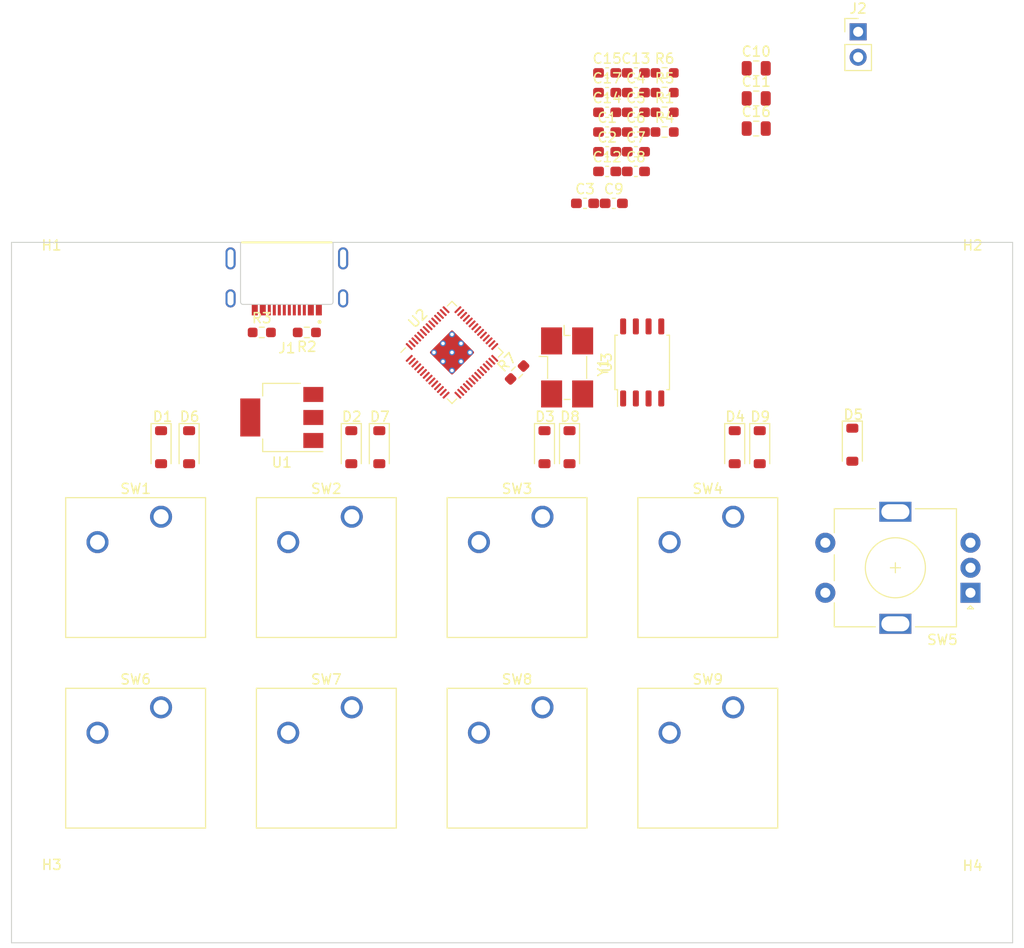
<source format=kicad_pcb>
(kicad_pcb (version 20221018) (generator pcbnew)
  (layers (0 "F.Cu" signal) (31 "B.Cu" signal) (34 "B.Paste" user) (35 "F.Paste" user) (36 "B.SilkS" user "B.Silkscreen") (37 "F.SilkS" user "F.Silkscreen") (38 "B.Mask" user) (39 "F.Mask" user) (44 "Edge.Cuts" user))
  (net 0 "")
  (net 1 "VBUS")
  (net 2 "GND")
  (net 3 "/Microcontroller/XIN")
  (net 4 "+3V3")
  (net 5 "+1V1")
  (net 6 "/KeyboardMatrix/Col0")
  (net 7 "Net-(D1-A)")
  (net 8 "/KeyboardMatrix/Col1")
  (net 9 "Net-(D2-A)")
  (net 10 "/KeyboardMatrix/Col2")
  (net 11 "Net-(D3-A)")
  (net 12 "/KeyboardMatrix/Col3")
  (net 13 "Net-(D4-A)")
  (net 14 "/KeyboardMatrix/Col4")
  (net 15 "Net-(D5-A)")
  (net 16 "Net-(D6-A)")
  (net 17 "Net-(D7-A)")
  (net 18 "Net-(D8-A)")
  (net 19 "Net-(D9-A)")
  (net 20 "/Microcontroller/USB_D+")
  (net 21 "/Microcontroller/USB_D-")
  (net 22 "/Microcontroller/~{USB_BOOT}")
  (net 23 "/Microcontroller/GPIO0")
  (net 24 "/Microcontroller/GPIO1")
  (net 25 "/Microcontroller/GPIO2")
  (net 26 "/Microcontroller/GPIO3")
  (net 27 "/Microcontroller/GPIO4")
  (net 28 "/Microcontroller/GPIO5")
  (net 29 "/Microcontroller/GPIO6")
  (net 30 "/Microcontroller/GPIO7")
  (net 31 "/Microcontroller/GPIO8")
  (net 32 "/Microcontroller/GPIO9")
  (net 33 "/Microcontroller/GPIO10")
  (net 34 "/Microcontroller/GPIO11")
  (net 35 "/Microcontroller/GPIO12")
  (net 36 "/Microcontroller/GPIO13")
  (net 37 "/Microcontroller/GPIO14")
  (net 38 "/Microcontroller/GPIO15")
  (net 39 "/Microcontroller/GPIO29_ADC3")
  (net 40 "/Microcontroller/GPIO28_ADC2")
  (net 41 "/Microcontroller/GPIO27_ADC1")
  (net 42 "/Microcontroller/GPIO26_ADC0")
  (net 43 "/Microcontroller/GPIO25")
  (net 44 "/Microcontroller/GPIO24")
  (net 45 "/Microcontroller/GPIO23")
  (net 46 "/Microcontroller/GPIO22")
  (net 47 "/Microcontroller/GPIO21")
  (net 48 "/Microcontroller/GPIO20")
  (net 49 "/Microcontroller/GPIO19")
  (net 50 "/Microcontroller/GPIO18")
  (net 51 "/Microcontroller/GPIO17")
  (net 52 "/Microcontroller/GPIO16")
  (net 53 "/Microcontroller/RUN")
  (net 54 "/Microcontroller/SWD")
  (net 55 "/Microcontroller/SWCLK")
  (net 56 "/Microcontroller/QSPI_SS")
  (net 57 "/Microcontroller/XOUT")
  (net 58 "/KeyboardMatrix/Row0")
  (net 59 "/KeyboardMatrix/Enc0_A")
  (net 60 "/KeyboardMatrix/Enc0_B")
  (net 61 "/KeyboardMatrix/Row1")
  (net 62 "/Microcontroller/QSPI_SD1")
  (net 63 "/Microcontroller/QSPI_SD2")
  (net 64 "/Microcontroller/QSPI_SD0")
  (net 65 "/Microcontroller/QSPI_SCLK")
  (net 66 "/Microcontroller/QSPI_SD3")
  (net 67 "Net-(C17-Pad1)")
  (net 68 "Net-(J1-CC1)")
  (net 70 "Net-(J1-CC2)")
  (net 72 "Net-(U2-USB_DP)")
  (net 73 "Net-(U2-USB_DM)")
  (footprint "Diode_SMD:D_SOD-123" (layer "F.Cu") (at 76.74 70.47 -90)
    (fp_text reference "D7" (at -3.05 -0.05) (layer "F.SilkS"))
    (fp_text value "1N4148")
    (pad "1" smd roundrect (at -1.65 0 270) (size 0.9 1.2) (layers "F.Cu" "F.Paste" "F.Mask") (net 8 "/KeyboardMatrix/Col1"))
    (pad "2" smd roundrect (at 1.65 0 270) (size 0.9 1.2) (layers "F.Cu" "F.Paste" "F.Mask") (net 17 "Net-(D7-A)"))
  )
  (footprint "Connector_PinHeader_2.54mm:PinHeader_1x02_P2.54mm_Vertical" (layer "F.Cu") (at 124.57 28.955)
    (fp_text reference "J2" (at 0 -2.33) (layer "F.SilkS"))
    (fp_text value "Conn_01x02")
    (pad "1" thru_hole rect (at 0 0) (size 1.7 1.7) (drill 1) (layers "*.Cu" "*.Mask") (net 22 "/Microcontroller/~{USB_BOOT}"))
    (pad "2" thru_hole oval (at 0 2.54) (size 1.7 1.7) (drill 1) (layers "*.Cu" "*.Mask") (net 2 "GND"))
  )
  (footprint "Capacitor_SMD:C_0603_1608Metric_Pad1.08x0.95mm_HandSolder" (layer "F.Cu") (at 97.29 46.1)
    (fp_text reference "C3" (at 0 -1.43) (layer "F.SilkS"))
    (fp_text value "100n")
    (pad "1" smd roundrect (at -0.8625 0) (size 1.075 0.95) (layers "F.Cu" "F.Paste" "F.Mask") (net 4 "+3V3"))
    (pad "2" smd roundrect (at 0.8625 0) (size 1.075 0.95) (layers "F.Cu" "F.Paste" "F.Mask") (net 2 "GND"))
  )
  (footprint "Package_TO_SOT_SMD:SOT-223-3_TabPin2" (layer "F.Cu") (at 67 67.5 180)
    (fp_text reference "U1" (at 0 -4.5) (layer "F.SilkS"))
    (fp_text value "NCP1117-3.3_SOT223")
    (pad "1" smd rect (at -3.15 -2.3 180) (size 2 1.5) (layers "F.Cu" "F.Paste" "F.Mask") (net 2 "GND"))
    (pad "2" smd rect (at -3.15 0 180) (size 2 1.5) (layers "F.Cu" "F.Paste" "F.Mask") (net 4 "+3V3"))
    (pad "2" smd rect (at 3.15 0 180) (size 2 3.8) (layers "F.Cu" "F.Paste" "F.Mask") (net 4 "+3V3"))
    (pad "3" smd rect (at -3.15 2.3 180) (size 2 1.5) (layers "F.Cu" "F.Paste" "F.Mask") (net 1 "VBUS"))
  )
  (footprint "Button_Switch_Keyboard:SW_Cherry_MX_1.00u_PCB" (layer "F.Cu") (at 73.99 96.47)
    (fp_text reference "SW7" (at -2.54 -2.794) (layer "F.SilkS"))
    (fp_text value "SW_Push")
    (pad "" np_thru_hole circle (at -7.62 5.08) (size 1.7 1.7) (drill 1.7) (layers "*.Cu" "*.Mask"))
    (pad "" np_thru_hole circle (at -2.54 5.08) (size 4 4) (drill 4) (layers "*.Cu" "*.Mask"))
    (pad "" np_thru_hole circle (at 2.54 5.08) (size 1.7 1.7) (drill 1.7) (layers "*.Cu" "*.Mask"))
    (pad "1" thru_hole circle (at 0 0) (size 2.2 2.2) (drill 1.5) (layers "*.Cu" "*.Mask") (net 17 "Net-(D7-A)"))
    (pad "2" thru_hole circle (at -6.35 2.54) (size 2.2 2.2) (drill 1.5) (layers "*.Cu" "*.Mask") (net 61 "/KeyboardMatrix/Row1"))
  )
  (footprint "Button_Switch_Keyboard:SW_Cherry_MX_1.00u_PCB" (layer "F.Cu") (at 112.09 77.42)
    (fp_text reference "SW4" (at -2.54 -2.794) (layer "F.SilkS"))
    (fp_text value "SW_Push")
    (pad "" np_thru_hole circle (at -7.62 5.08) (size 1.7 1.7) (drill 1.7) (layers "*.Cu" "*.Mask"))
    (pad "" np_thru_hole circle (at -2.54 5.08) (size 4 4) (drill 4) (layers "*.Cu" "*.Mask"))
    (pad "" np_thru_hole circle (at 2.54 5.08) (size 1.7 1.7) (drill 1.7) (layers "*.Cu" "*.Mask"))
    (pad "1" thru_hole circle (at 0 0) (size 2.2 2.2) (drill 1.5) (layers "*.Cu" "*.Mask") (net 13 "Net-(D4-A)"))
    (pad "2" thru_hole circle (at -6.35 2.54) (size 2.2 2.2) (drill 1.5) (layers "*.Cu" "*.Mask") (net 58 "/KeyboardMatrix/Row0"))
  )
  (footprint "Resistor_SMD:R_0603_1608Metric_Pad0.98x0.95mm_HandSolder" (layer "F.Cu") (at 69.5 59 180)
    (fp_text reference "R2" (at 0 -1.43) (layer "F.SilkS"))
    (fp_text value "5.1K")
    (pad "1" smd roundrect (at -0.9125 0 180) (size 0.975 0.95) (layers "F.Cu" "F.Paste" "F.Mask") (net 2 "GND"))
    (pad "2" smd roundrect (at 0.9125 0 180) (size 0.975 0.95) (layers "F.Cu" "F.Paste" "F.Mask") (net 68 "Net-(J1-CC1)"))
  )
  (footprint "Resistor_SMD:R_0603_1608Metric_Pad0.98x0.95mm_HandSolder" (layer "F.Cu") (at 105.24 33.06)
    (fp_text reference "R6" (at 0 -1.43) (layer "F.SilkS"))
    (fp_text value "1k")
    (pad "1" smd roundrect (at -0.9125 0) (size 0.975 0.95) (layers "F.Cu" "F.Paste" "F.Mask") (net 56 "/Microcontroller/QSPI_SS"))
    (pad "2" smd roundrect (at 0.9125 0) (size 0.975 0.95) (layers "F.Cu" "F.Paste" "F.Mask") (net 22 "/Microcontroller/~{USB_BOOT}"))
  )
  (footprint "Diode_SMD:D_SOD-123" (layer "F.Cu") (at 73.94 70.47 -90)
    (fp_text reference "D2" (at -3.05 -0.05) (layer "F.SilkS"))
    (fp_text value "1N4148")
    (pad "1" smd roundrect (at -1.65 0 270) (size 0.9 1.2) (layers "F.Cu" "F.Paste" "F.Mask") (net 8 "/KeyboardMatrix/Col1"))
    (pad "2" smd roundrect (at 1.65 0 270) (size 0.9 1.2) (layers "F.Cu" "F.Paste" "F.Mask") (net 9 "Net-(D2-A)"))
  )
  (footprint "Button_Switch_Keyboard:SW_Cherry_MX_1.00u_PCB" (layer "F.Cu") (at 73.99 77.42)
    (fp_text reference "SW2" (at -2.54 -2.794) (layer "F.SilkS"))
    (fp_text value "SW_Push")
    (pad "" np_thru_hole circle (at -7.62 5.08) (size 1.7 1.7) (drill 1.7) (layers "*.Cu" "*.Mask"))
    (pad "" np_thru_hole circle (at -2.54 5.08) (size 4 4) (drill 4) (layers "*.Cu" "*.Mask"))
    (pad "" np_thru_hole circle (at 2.54 5.08) (size 1.7 1.7) (drill 1.7) (layers "*.Cu" "*.Mask"))
    (pad "1" thru_hole circle (at 0 0) (size 2.2 2.2) (drill 1.5) (layers "*.Cu" "*.Mask") (net 9 "Net-(D2-A)"))
    (pad "2" thru_hole circle (at -6.35 2.54) (size 2.2 2.2) (drill 1.5) (layers "*.Cu" "*.Mask") (net 58 "/KeyboardMatrix/Row0"))
  )
  (footprint "Button_Switch_Keyboard:SW_Cherry_MX_1.00u_PCB" (layer "F.Cu") (at 93.04 77.42)
    (fp_text reference "SW3" (at -2.54 -2.794) (layer "F.SilkS"))
    (fp_text value "SW_Push")
    (pad "" np_thru_hole circle (at -7.62 5.08) (size 1.7 1.7) (drill 1.7) (layers "*.Cu" "*.Mask"))
    (pad "" np_thru_hole circle (at -2.54 5.08) (size 4 4) (drill 4) (layers "*.Cu" "*.Mask"))
    (pad "" np_thru_hole circle (at 2.54 5.08) (size 1.7 1.7) (drill 1.7) (layers "*.Cu" "*.Mask"))
    (pad "1" thru_hole circle (at 0 0) (size 2.2 2.2) (drill 1.5) (layers "*.Cu" "*.Mask") (net 11 "Net-(D3-A)"))
    (pad "2" thru_hole circle (at -6.35 2.54) (size 2.2 2.2) (drill 1.5) (layers "*.Cu" "*.Mask") (net 58 "/KeyboardMatrix/Row0"))
  )
  (footprint "Capacitor_SMD:C_0603_1608Metric_Pad1.08x0.95mm_HandSolder" (layer "F.Cu") (at 102.37 35.03)
    (fp_text reference "C4" (at 0 -1.43) (layer "F.SilkS"))
    (fp_text value "100n")
    (pad "1" smd roundrect (at -0.8625 0) (size 1.075 0.95) (layers "F.Cu" "F.Paste" "F.Mask") (net 4 "+3V3"))
    (pad "2" smd roundrect (at 0.8625 0) (size 1.075 0.95) (layers "F.Cu" "F.Paste" "F.Mask") (net 2 "GND"))
  )
  (footprint "MountingHole:MountingHole_2.7mm_M2.5" (layer "F.Cu") (at 136 54)
    (fp_text reference "H2" (at 0 -3.7) (layer "F.SilkS"))
    (fp_text value "MountingHole")
    (pad "" np_thru_hole circle (at 0 0) (size 2.7 2.7) (drill 2.7) (layers "*.Cu" "*.Mask"))
  )
  (footprint "Button_Switch_Keyboard:SW_Cherry_MX_1.00u_PCB" (layer "F.Cu") (at 54.94 96.47)
    (fp_text reference "SW6" (at -2.54 -2.794) (layer "F.SilkS"))
    (fp_text value "SW_Push")
    (pad "" np_thru_hole circle (at -7.62 5.08) (size 1.7 1.7) (drill 1.7) (layers "*.Cu" "*.Mask"))
    (pad "" np_thru_hole circle (at -2.54 5.08) (size 4 4) (drill 4) (layers "*.Cu" "*.Mask"))
    (pad "" np_thru_hole circle (at 2.54 5.08) (size 1.7 1.7) (drill 1.7) (layers "*.Cu" "*.Mask"))
    (pad "1" thru_hole circle (at 0 0) (size 2.2 2.2) (drill 1.5) (layers "*.Cu" "*.Mask") (net 16 "Net-(D6-A)"))
    (pad "2" thru_hole circle (at -6.35 2.54) (size 2.2 2.2) (drill 1.5) (layers "*.Cu" "*.Mask") (net 61 "/KeyboardMatrix/Row1"))
  )
  (footprint "Resistor_SMD:R_0603_1608Metric_Pad0.98x0.95mm_HandSolder" (layer "F.Cu") (at 105.24 38.97)
    (fp_text reference "R4" (at 0 -1.43) (layer "F.SilkS"))
    (fp_text value "27")
    (pad "1" smd roundrect (at -0.9125 0) (size 0.975 0.95) (layers "F.Cu" "F.Paste" "F.Mask") (net 21 "/Microcontroller/USB_D-"))
    (pad "2" smd roundrect (at 0.9125 0) (size 0.975 0.95) (layers "F.Cu" "F.Paste" "F.Mask") (net 73 "Net-(U2-USB_DM)"))
  )
  (footprint "Diode_SMD:D_SOD-123" (layer "F.Cu") (at 123.99 70.22 -90)
    (fp_text reference "D5" (at -3 -0.1 -180) (layer "F.SilkS"))
    (fp_text value "1N4148")
    (pad "1" smd roundrect (at -1.65 0 270) (size 0.9 1.2) (layers "F.Cu" "F.Paste" "F.Mask") (net 14 "/KeyboardMatrix/Col4"))
    (pad "2" smd roundrect (at 1.65 0 270) (size 0.9 1.2) (layers "F.Cu" "F.Paste" "F.Mask") (net 15 "Net-(D5-A)"))
  )
  (footprint "Diode_SMD:D_SOD-123" (layer "F.Cu") (at 93.24 70.47 -90)
    (fp_text reference "D3" (at -3.05 -0.05) (layer "F.SilkS"))
    (fp_text value "1N4148")
    (pad "1" smd roundrect (at -1.65 0 270) (size 0.9 1.2) (layers "F.Cu" "F.Paste" "F.Mask") (net 10 "/KeyboardMatrix/Col2"))
    (pad "2" smd roundrect (at 1.65 0 270) (size 0.9 1.2) (layers "F.Cu" "F.Paste" "F.Mask") (net 11 "Net-(D3-A)"))
  )
  (footprint "Capacitor_SMD:C_0603_1608Metric_Pad1.08x0.95mm_HandSolder" (layer "F.Cu") (at 102.37 38.97)
    (fp_text reference "C6" (at 0 -1.43) (layer "F.SilkS"))
    (fp_text value "100n")
    (pad "1" smd roundrect (at -0.8625 0) (size 1.075 0.95) (layers "F.Cu" "F.Paste" "F.Mask") (net 4 "+3V3"))
    (pad "2" smd roundrect (at 0.8625 0) (size 1.075 0.95) (layers "F.Cu" "F.Paste" "F.Mask") (net 2 "GND"))
  )
  (footprint "Crystal:Crystal_SMD_0603-4Pin_6.0x3.5mm_HandSoldering" (layer "F.Cu") (at 95.5 62.5 -90)
    (fp_text reference "Y1" (at 0 -3.6 90) (layer "F.SilkS"))
    (fp_text value "Crystal_GND24")
    (pad "1" smd rect (at -2.65 1.55 270) (size 2.7 2.1) (layers "F.Cu" "F.Paste" "F.Mask") (net 67 "Net-(C17-Pad1)"))
    (pad "2" smd rect (at 2.65 1.55 270) (size 2.7 2.1) (layers "F.Cu" "F.Paste" "F.Mask") (net 2 "GND"))
    (pad "3" smd rect (at 2.65 -1.55 270) (size 2.7 2.1) (layers "F.Cu" "F.Paste" "F.Mask") (net 3 "/Microcontroller/XIN"))
    (pad "4" smd rect (at -2.65 -1.55 270) (size 2.7 2.1) (layers "F.Cu" "F.Paste" "F.Mask") (net 2 "GND"))
  )
  (footprint "Resistor_SMD:R_0603_1608Metric_Pad0.98x0.95mm_HandSolder" (layer "F.Cu") (at 105.24 37)
    (fp_text reference "R1" (at 0 -1.43) (layer "F.SilkS"))
    (fp_text value "27")
    (pad "1" smd roundrect (at -0.9125 0) (size 0.975 0.95) (layers "F.Cu" "F.Paste" "F.Mask") (net 20 "/Microcontroller/USB_D+"))
    (pad "2" smd roundrect (at 0.9125 0) (size 0.975 0.95) (layers "F.Cu" "F.Paste" "F.Mask") (net 72 "Net-(U2-USB_DP)"))
  )
  (footprint "Capacitor_SMD:C_0603_1608Metric_Pad1.08x0.95mm_HandSolder" (layer "F.Cu") (at 102.37 40.94)
    (fp_text reference "C7" (at 0 -1.43) (layer "F.SilkS"))
    (fp_text value "100n")
    (pad "1" smd roundrect (at -0.8625 0) (size 1.075 0.95) (layers "F.Cu" "F.Paste" "F.Mask") (net 4 "+3V3"))
    (pad "2" smd roundrect (at 0.8625 0) (size 1.075 0.95) (layers "F.Cu" "F.Paste" "F.Mask") (net 2 "GND"))
  )
  (footprint "Diode_SMD:D_SOD-123" (layer "F.Cu") (at 112.24 70.47 -90)
    (fp_text reference "D4" (at -3.05 -0.05) (layer "F.SilkS"))
    (fp_text value "1N4148")
    (pad "1" smd roundrect (at -1.65 0 270) (size 0.9 1.2) (layers "F.Cu" "F.Paste" "F.Mask") (net 12 "/KeyboardMatrix/Col3"))
    (pad "2" smd roundrect (at 1.65 0 270) (size 0.9 1.2) (layers "F.Cu" "F.Paste" "F.Mask") (net 13 "Net-(D4-A)"))
  )
  (footprint "Capacitor_SMD:C_0603_1608Metric_Pad1.08x0.95mm_HandSolder" (layer "F.Cu") (at 100.16 46.1)
    (fp_text reference "C9" (at 0 -1.43) (layer "F.SilkS"))
    (fp_text value "100n")
    (pad "1" smd roundrect (at -0.8625 0) (size 1.075 0.95) (layers "F.Cu" "F.Paste" "F.Mask") (net 4 "+3V3"))
    (pad "2" smd roundrect (at 0.8625 0) (size 1.075 0.95) (layers "F.Cu" "F.Paste" "F.Mask") (net 2 "GND"))
  )
  (footprint "Capacitor_SMD:C_0603_1608Metric_Pad1.08x0.95mm_HandSolder" (layer "F.Cu") (at 99.5 35.03)
    (fp_text reference "C17" (at 0 -1.43) (layer "F.SilkS"))
    (fp_text value "13p")
    (pad "1" smd roundrect (at -0.8625 0) (size 1.075 0.95) (layers "F.Cu" "F.Paste" "F.Mask") (net 67 "Net-(C17-Pad1)"))
    (pad "2" smd roundrect (at 0.8625 0) (size 1.075 0.95) (layers "F.Cu" "F.Paste" "F.Mask") (net 2 "GND"))
  )
  (footprint "Capacitor_SMD:C_0603_1608Metric_Pad1.08x0.95mm_HandSolder" (layer "F.Cu") (at 99.5 33.06)
    (fp_text reference "C15" (at 0 -1.43) (layer "F.SilkS"))
    (fp_text value "13p")
    (pad "1" smd roundrect (at -0.8625 0) (size 1.075 0.95) (layers "F.Cu" "F.Paste" "F.Mask") (net 3 "/Microcontroller/XIN"))
    (pad "2" smd roundrect (at 0.8625 0) (size 1.075 0.95) (layers "F.Cu" "F.Paste" "F.Mask") (net 2 "GND"))
  )
  (footprint "Resistor_SMD:R_0603_1608Metric_Pad0.98x0.95mm_HandSolder" (layer "F.Cu") (at 105.24 35.03)
    (fp_text reference "R5" (at 0 -1.43) (layer "F.SilkS"))
    (fp_text value "DNF")
    (pad "1" smd roundrect (at -0.9125 0) (size 0.975 0.95) (layers "F.Cu" "F.Paste" "F.Mask") (net 4 "+3V3"))
    (pad "2" smd roundrect (at 0.9125 0) (size 0.975 0.95) (layers "F.Cu" "F.Paste" "F.Mask") (net 56 "/Microcontroller/QSPI_SS"))
  )
  (footprint "Capacitor_SMD:C_0603_1608Metric_Pad1.08x0.95mm_HandSolder" (layer "F.Cu") (at 99.5 37)
    (fp_text reference "C14" (at 0 -1.43) (layer "F.SilkS"))
    (fp_text value "100n")
    (pad "1" smd roundrect (at -0.8625 0) (size 1.075 0.95) (layers "F.Cu" "F.Paste" "F.Mask") (net 4 "+3V3"))
    (pad "2" smd roundrect (at 0.8625 0) (size 1.075 0.95) (layers "F.Cu" "F.Paste" "F.Mask") (net 2 "GND"))
  )
  (footprint "Diode_SMD:D_SOD-123" (layer "F.Cu") (at 114.74 70.47 -90)
    (fp_text reference "D9" (at -3.05 -0.05) (layer "F.SilkS"))
    (fp_text value "1N4148")
    (pad "1" smd roundrect (at -1.65 0 270) (size 0.9 1.2) (layers "F.Cu" "F.Paste" "F.Mask") (net 12 "/KeyboardMatrix/Col3"))
    (pad "2" smd roundrect (at 1.65 0 270) (size 0.9 1.2) (layers "F.Cu" "F.Paste" "F.Mask") (net 19 "Net-(D9-A)"))
  )
  (footprint "Capacitor_SMD:C_0603_1608Metric_Pad1.08x0.95mm_HandSolder" (layer "F.Cu") (at 99.5 38.97)
    (fp_text reference "C1" (at 0 -1.43) (layer "F.SilkS"))
    (fp_text value "100n")
    (pad "1" smd roundrect (at -0.8625 0) (size 1.075 0.95) (layers "F.Cu" "F.Paste" "F.Mask") (net 5 "+1V1"))
    (pad "2" smd roundrect (at 0.8625 0) (size 1.075 0.95) (layers "F.Cu" "F.Paste" "F.Mask") (net 2 "GND"))
  )
  (footprint "Button_Switch_Keyboard:SW_Cherry_MX_1.00u_PCB" (layer "F.Cu") (at 93.04 96.47)
    (fp_text reference "SW8" (at -2.54 -2.794) (layer "F.SilkS"))
    (fp_text value "SW_Push")
    (pad "" np_thru_hole circle (at -7.62 5.08) (size 1.7 1.7) (drill 1.7) (layers "*.Cu" "*.Mask"))
    (pad "" np_thru_hole circle (at -2.54 5.08) (size 4 4) (drill 4) (layers "*.Cu" "*.Mask"))
    (pad "" np_thru_hole circle (at 2.54 5.08) (size 1.7 1.7) (drill 1.7) (layers "*.Cu" "*.Mask"))
    (pad "1" thru_hole circle (at 0 0) (size 2.2 2.2) (drill 1.5) (layers "*.Cu" "*.Mask") (net 18 "Net-(D8-A)"))
    (pad "2" thru_hole circle (at -6.35 2.54) (size 2.2 2.2) (drill 1.5) (layers "*.Cu" "*.Mask") (net 61 "/KeyboardMatrix/Row1"))
  )
  (footprint "Button_Switch_Keyboard:SW_Cherry_MX_1.00u_PCB" (layer "F.Cu") (at 112.09 96.47)
    (fp_text reference "SW9" (at -2.54 -2.794) (layer "F.SilkS"))
    (fp_text value "SW_Push")
    (pad "" np_thru_hole circle (at -7.62 5.08) (size 1.7 1.7) (drill 1.7) (layers "*.Cu" "*.Mask"))
    (pad "" np_thru_hole circle (at -2.54 5.08) (size 4 4) (drill 4) (layers "*.Cu" "*.Mask"))
    (pad "" np_thru_hole circle (at 2.54 5.08) (size 1.7 1.7) (drill 1.7) (layers "*.Cu" "*.Mask"))
    (pad "1" thru_hole circle (at 0 0) (size 2.2 2.2) (drill 1.5) (layers "*.Cu" "*.Mask") (net 19 "Net-(D9-A)"))
    (pad "2" thru_hole circle (at -6.35 2.54) (size 2.2 2.2) (drill 1.5) (layers "*.Cu" "*.Mask") (net 61 "/KeyboardMatrix/Row1"))
  )
  (footprint "Diode_SMD:D_SOD-123" (layer "F.Cu") (at 54.94 70.47 -90)
    (fp_text reference "D1" (at -3.05 -0.15) (layer "F.SilkS"))
    (fp_text value "1N4148")
    (pad "1" smd roundrect (at -1.65 0 270) (size 0.9 1.2) (layers "F.Cu" "F.Paste" "F.Mask") (net 6 "/KeyboardMatrix/Col0"))
    (pad "2" smd roundrect (at 1.65 0 270) (size 0.9 1.2) (layers "F.Cu" "F.Paste" "F.Mask") (net 7 "Net-(D1-A)"))
  )
  (footprint "Resistor_SMD:R_0603_1608Metric_Pad0.98x0.95mm_HandSolder" (layer "F.Cu") (at 65 59)
    (fp_text reference "R3" (at 0 -1.43) (layer "F.SilkS"))
    (fp_text value "5.1K")
    (pad "1" smd roundrect (at -0.9125 0) (size 0.975 0.95) (layers "F.Cu" "F.Paste" "F.Mask") (net 2 "GND"))
    (pad "2" smd roundrect (at 0.9125 0) (size 0.975 0.95) (layers "F.Cu" "F.Paste" "F.Mask") (net 70 "Net-(J1-CC2)"))
  )
  (footprint "Capacitor_SMD:C_0805_2012Metric" (layer "F.Cu") (at 114.39 32.605)
    (fp_text reference "C10" (at 0 -1.68) (layer "F.SilkS"))
    (fp_text value "10u")
    (pad "1" smd roundrect (at -0.95 0) (size 1 1.45) (layers "F.Cu" "F.Paste" "F.Mask") (net 1 "VBUS"))
    (pad "2" smd roundrect (at 0.95 0) (size 1 1.45) (layers "F.Cu" "F.Paste" "F.Mask") (net 2 "GND"))
  )
  (footprint "Capacitor_SMD:C_0603_1608Metric_Pad1.08x0.95mm_HandSolder" (layer "F.Cu") (at 102.37 37)
    (fp_text reference "C5" (at 0 -1.43) (layer "F.SilkS"))
    (fp_text value "100n")
    (pad "1" smd roundrect (at -0.8625 0) (size 1.075 0.95) (layers "F.Cu" "F.Paste" "F.Mask") (net 4 "+3V3"))
    (pad "2" smd roundrect (at 0.8625 0) (size 1.075 0.95) (layers "F.Cu" "F.Paste" "F.Mask") (net 2 "GND"))
  )
  (footprint "Capacitor_SMD:C_0805_2012Metric" (layer "F.Cu") (at 114.39 35.615)
    (fp_text reference "C11" (at 0 -1.68) (layer "F.SilkS"))
    (fp_text value "10u")
    (pad "1" smd roundrect (at -0.95 0) (size 1 1.45) (layers "F.Cu" "F.Paste" "F.Mask") (net 4 "+3V3"))
    (pad "2" smd roundrect (at 0.95 0) (size 1 1.45) (layers "F.Cu" "F.Paste" "F.Mask") (net 2 "GND"))
  )
  (footprint "MountingHole:MountingHole_2.7mm_M2.5" (layer "F.Cu") (at 44.02 115.91)
    (fp_text reference "H3" (at 0 -3.7) (layer "F.SilkS"))
    (fp_text value "MountingHole")
    (pad "" np_thru_hole circle (at 0 0) (size 2.7 2.7) (drill 2.7) (layers "*.Cu" "*.Mask"))
  )
  (footprint "Diode_SMD:D_SOD-123" (layer "F.Cu") (at 57.74 70.47 -90)
    (fp_text reference "D6" (at -3.05 -0.05) (layer "F.SilkS"))
    (fp_text value "1N4148")
    (pad "1" smd roundrect (at -1.65 0 270) (size 0.9 1.2) (layers "F.Cu" "F.Paste" "F.Mask") (net 6 "/KeyboardMatrix/Col0"))
    (pad "2" smd roundrect (at 1.65 0 270) (size 0.9 1.2) (layers "F.Cu" "F.Paste" "F.Mask") (net 16 "Net-(D6-A)"))
  )
  (footprint "Rotary_Encoder:RotaryEncoder_Alps_EC11E-Switch_Vertical_H20mm" (layer "F.Cu") (at 135.79 85.02 180)
    (fp_text reference "SW5" (at 2.8 -4.7) (layer "F.SilkS"))
    (fp_text value "RotaryEncoder_Switch")
    (pad "A" thru_hole rect (at 0 0 180) (size 2 2) (drill 1) (layers "*.Cu" "*.Mask") (net 59 "/KeyboardMatrix/Enc0_A"))
    (pad "B" thru_hole circle (at 0 5 180) (size 2 2) (drill 1) (layers "*.Cu" "*.Mask") (net 60 "/KeyboardMatrix/Enc0_B"))
    (pad "C" thru_hole circle (at 0 2.5 180) (size 2 2) (drill 1) (layers "*.Cu" "*.Mask") (net 2 "GND"))
    (pad "MP" thru_hole rect (at 7.5 -3.1 180) (size 3.2 2) (drill oval 2.8 1.5) (layers "*.Cu" "*.Mask"))
    (pad "MP" thru_hole rect (at 7.5 8.1 180) (size 3.2 2) (drill oval 2.8 1.5) (layers "*.Cu" "*.Mask"))
    (pad "S1" thru_hole circle (at 14.5 5 180) (size 2 2) (drill 1) (layers "*.Cu" "*.Mask") (net 58 "/KeyboardMatrix/Row0"))
    (pad "S2" thru_hole circle (at 14.5 0 180) (size 2 2) (drill 1) (layers "*.Cu" "*.Mask") (net 15 "Net-(D5-A)"))
  )
  (footprint "Capacitor_SMD:C_0805_2012Metric" (layer "F.Cu") (at 114.39 38.625)
    (fp_text reference "C16" (at 0 -1.68) (layer "F.SilkS"))
    (fp_text value "10u")
    (pad "1" smd roundrect (at -0.95 0) (size 1 1.45) (layers "F.Cu" "F.Paste" "F.Mask") (net 4 "+3V3"))
    (pad "2" smd roundrect (at 0.95 0) (size 1 1.45) (layers "F.Cu" "F.Paste" "F.Mask") (net 2 "GND"))
  )
  (footprint "Diode_SMD:D_SOD-123" (layer "F.Cu") (at 95.74 70.47 -90)
    (fp_text reference "D8" (at -3.05 -0.05) (layer "F.SilkS"))
    (fp_text value "1N4148")
    (pad "1" smd roundrect (at -1.65 0 270) (size 0.9 1.2) (layers "F.Cu" "F.Paste" "F.Mask") (net 10 "/KeyboardMatrix/Col2"))
    (pad "2" smd roundrect (at 1.65 0 270) (size 0.9 1.2) (layers "F.Cu" "F.Paste" "F.Mask") (net 18 "Net-(D8-A)"))
  )
  (footprint "RP2040:RP2040-QFN-56" (layer "F.Cu") (at 84 61 45)
    (fp_text reference "U2" (at 0 -4.82 45) (layer "F.SilkS"))
    (fp_text value "RP2040")
    (pad "1" smd roundrect (at -3.4375 -2.6 45) (size 0.875 0.2) (layers "F.Cu" "F.Paste" "F.Mask") (net 4 "+3V3"))
    (pad "2" smd roundrect (at -3.4375 -2.2 45) (size 0.875 0.2) (layers "F.Cu" "F.Paste" "F.Mask") (net 23 "/Microcontroller/GPIO0"))
    (pad "3" smd roundrect (at -3.4375 -1.8 45) (size 0.875 0.2) (layers "F.Cu" "F.Paste" "F.Mask") (net 24 "/Microcontroller/GPIO1"))
    (pad "4" smd roundrect (at -3.4375 -1.4 45) (size 0.875 0.2) (layers "F.Cu" "F.Paste" "F.Mask") (net 25 "/Microcontroller/GPIO2"))
    (pad "5" smd roundrect (at -3.4375 -1 45) (size 0.875 0.2) (layers "F.Cu" "F.Paste" "F.Mask") (net 26 "/Microcontroller/GPIO3"))
    (pad "6" smd roundrect (at -3.4375 -0.6 45) (size 0.875 0.2) (layers "F.Cu" "F.Paste" "F.Mask") (net 27 "/Microcontroller/GPIO4"))
    (pad "7" smd roundrect (at -3.4375 -0.2 45) (size 0.875 0.2) (layers "F.Cu" "F.Paste" "F.Mask") (net 28 "/Microcontroller/GPIO5"))
    (pad "8" smd roundrect (at -3.4375 0.2 45) (size 0.875 0.2) (layers "F.Cu" "F.Paste" "F.Mask") (net 29 "/Microcontroller/GPIO6"))
    (pad "9" smd roundrect (at -3.4375 0.6 45) (size 0.875 0.2) (layers "F.Cu" "F.Paste" "F.Mask") (net 30 "/Microcontroller/GPIO7"))
    (pad "10" smd roundrect (at -3.4375 1 45) (size 0.875 0.2) (layers "F.Cu" "F.Paste" "F.Mask") (net 4 "+3V3"))
    (pad "11" smd roundrect (at -3.4375 1.4 45) (size 0.875 0.2) (layers "F.Cu" "F.Paste" "F.Mask") (net 31 "/Microcontroller/GPIO8"))
    (pad "12" smd roundrect (at -3.4375 1.8 45) (size 0.875 0.2) (layers "F.Cu" "F.Paste" "F.Mask") (net 32 "/Microcontroller/GPIO9"))
    (pad "13" smd roundrect (at -3.4375 2.2 45) (size 0.875 0.2) (layers "F.Cu" "F.Paste" "F.Mask") (net 33 "/Microcontroller/GPIO10"))
    (pad "14" smd roundrect (at -3.4375 2.6 45) (size 0.875 0.2) (layers "F.Cu" "F.Paste" "F.Mask") (net 34 "/Microcontroller/GPIO11"))
    (pad "15" smd roundrect (at -2.6 3.4375 45) (size 0.2 0.875) (layers "F.Cu" "F.Paste" "F.Mask") (net 35 "/Microcontroller/GPIO12"))
    (pad "16" smd roundrect (at -2.2 3.4375 45) (size 0.2 0.875) (layers "F.Cu" "F.Paste" "F.Mask") (net 36 "/Microcontroller/GPIO13"))
    (pad "17" smd roundrect (at -1.8 3.4375 45) (size 0.2 0.875) (layers "F.Cu" "F.Paste" "F.Mask") (net 37 "/Microcontroller/GPIO14"))
    (pad "18" smd roundrect (at -1.4 3.4375 45) (size 0.2 0.875) (layers "F.Cu" "F.Paste" "F.Mask") (net 38 "/Microcontroller/GPIO15"))
    (pad "19" smd roundrect (at -1 3.4375 45) (size 0.2 0.875) (layers "F.Cu" "F.Paste" "F.Mask") (net 2 "GND"))
    (pad "20" smd roundrect (at -0.6 3.4375 45) (size 0.2 0.875) (layers "F.Cu" "F.Paste" "F.Mask") (net 3 "/Microcontroller/XIN"))
    (pad "21" smd roundrect (at -0.2 3.4375 45) (size 0.2 0.875) (layers "F.Cu" "F.Paste" "F.Mask") (net 57 "/Microcontroller/XOUT"))
    (pad "22" smd roundrect (at 0.2 3.4375 45) (size 0.2 0.875) (layers "F.Cu" "F.Paste" "F.Mask") (net 4 "+3V3"))
    (pad "23" smd roundrect (at 0.6 3.4375 45) (size 0.2 0.875) (layers "F.Cu" "F.Paste" "F.Mask") (net 5 "+1V1"))
    (pad "24" smd roundrect (at 1 3.4375 45) (size 0.2 0.875) (layers "F.Cu" "F.Paste" "F.Mask") (net 55 "/Microcontroller/SWCLK"))
    (pad "25" smd roundrect (at 1.4 3.4375 45) (size 0.2 0.875) (layers "F.Cu" "F.Paste" "F.Mask") (net 54 "/Microcontroller/SWD"))
    (pad "26" smd roundrect (at 1.8 3.4375 45) (size 0.2 0.875) (layers "F.Cu" "F.Paste" "F.Mask") (net 53 "/Microcontroller/RUN"))
    (pad "27" smd roundrect (at 2.2 3.4375 45) (size 0.2 0.875) (layers "F.Cu" "F.Paste" "F.Mask") (net 52 "/Microcontroller/GPIO16"))
    (pad "28" smd roundrect (at 2.6 3.4375 45) (size 0.2 0.875) (layers "F.Cu" "F.Paste" "F.Mask") (net 51 "/Microcontroller/GPIO17"))
    (pad "29" smd roundrect (at 3.4375 2.6 45) (size 0.875 0.2) (layers "F.Cu" "F.Paste" "F.Mask") (net 50 "/Microcontroller/GPIO18"))
    (pad "30" smd roundrect (at 3.4375 2.2 45) (size 0.875 0.2) (layers "F.Cu" "F.Paste" "F.Mask") (net 49 "/Microcontroller/GPIO19"))
    (pad "31" smd roundrect (at 3.4375 1.8 45) (size 0.875 0.2) (layers "F.Cu" "F.Paste" "F.Mask") (net 48 "/Microcontroller/GPIO20"))
    (pad "32" smd roundrect (at 3.4375 1.4 45) (size 0.875 0.2) (layers "F.Cu" "F.Paste" "F.Mask") (net 47 "/Microcontroller/GPIO21"))
    (pad "33" smd roundrect (at 3.4375 1 45) (size 0.875 0.2) (layers "F.Cu" "F.Paste" "F.Mask") (net 4 "+3V3"))
    (pad "34" smd roundrect (at 3.4375 0.6 45) (size 0.875 0.2) (layers "F.Cu" "F.Paste" "F.Mask") (net 46 "/Microcontroller/GPIO22"))
    (pad "35" smd roundrect (at 3.4375 0.2 45) (size 0.875 0.2) (layers "F.Cu" "F.Paste" "F.Mask") (net 45 "/Microcontroller/GPIO23"))
    (pad "36" smd roundrect (at 3.4375 -0.2 45) (size 0.875 0.2) (layers "F.Cu" "F.Paste" "F.Mask") (net 44 "/Microcontroller/GPIO24"))
    (pad "37" smd roundrect (at 3.4375 -0.6 45) (size 0.875 0.2) (layers "F.Cu" "F.Paste" "F.Mask") (net 43 "/Microcontroller/GPIO25"))
    (pad "38" smd roundrect (at 3.4375 -1 45) (size 0.875 0.2) (layers "F.Cu" "F.Paste" "F.Mask") (net 42 "/Microcontroller/GPIO26_ADC0"))
    (pad "39" smd roundrect (at 3.4375 -1.4 45) (size 0.875 0.2) (layers "F.Cu" "F.Paste" "F.Mask") (net 41 "/Microcontroller/GPIO27_ADC1"))
    (pad "40" smd roundrect (at 3.4375 -1.8 45) (size 0.875 0.2) (layers "F.Cu" "F.Paste" "F.Mask") (net 40 "/Microcontroller/GPIO28_ADC2"))
    (pad "41" smd roundrect (at 3.4375 -2.2 45) (size 0.875 0.2) (layers "F.Cu" "F.Paste" "F.Mask") (net 39 "/Microcontroller/GPIO29_ADC3"))
    (pad "42" smd roundrect (at 3.4375 -2.6 45) (size 0.875 0.2) (layers "F.Cu" "F.Paste" "F.Mask") (net 4 "+3V3"))
    (pad "43" smd roundrect (at 2.6 -3.4375 45) (size 0.2 0.875) (layers "F.Cu" "F.Paste" "F.Mask") (net 4 "+3V3"))
    (pad "44" smd roundrect (at 2.2 -3.4375 45) (size 0.2 0.875) (layers "F.Cu" "F.Paste" "F.Mask") (net 4 "+3V3"))
    (pad "45" smd roundrect (at 1.8 -3.4375 45) (size 0.2 0.875) (layers "F.Cu" "F.Paste" "F.Mask") (net 5 "+1V1"))
    (pad "46" smd roundrect (at 1.4 -3.4375 45) (size 0.2 0.875) (layers "F.Cu" "F.Paste" "F.Mask") (net 73 "Net-(U2-USB_DM)"))
    (pad "47" smd roundrect (at 1 -3.4375 45) (size 0.2 0.875) (layers "F.Cu" "F.Paste" "F.Mask") (net 72 "Net-(U2-USB_DP)"))
    (pad "48" smd roundrect (at 0.6 -3.4375 45) (size 0.2 0.875) (layers "F.Cu" "F.Paste" "F.Mask") (net 4 "+3V3"))
    (pad "49" smd roundrect (at 0.2 -3.4375 45) (size 0.2 0.875) (layers "F.Cu" "F.Paste" "F.Mask") (net 4 "+3V3"))
    (pad "50" smd roundrect (at -0.2 -3.4375 45) (size 0.2 0.875) (layers "F.Cu" "F.Paste" "F.Mask") (net 5 "+1V1"))
    (pad "51" smd roundrect (at -0.6 -3.4375 45) (size 0.2 0.875) (layers "F.Cu" "F.Paste" "F.Mask") (net 66 "/Microcontroller/QSPI_SD3"))
    (pad "52" smd roundrect (at -1 -3.4375 45) (size 0.2 0.875) (layers "F.Cu" "F.Paste" "F.Mask") (net 65 "/Microcontroller/QSPI_SCLK"))
    (pad "53" smd roundrect (at -1.4 -3.4375 45) (size 0.2 0.875) (layers "F.Cu" "F.Paste" "F.Mask") (net 64 "/Microcontroller/QSPI_SD0"))
    (pad "54" smd roundrect (at -1.8 -3.4375 45) (size 0.2 0.875) (layers "F.Cu" "F.Paste" "F.Mask") (net 63 "/Microcontroller/QSPI_SD2"))
    (pad "55" smd roundrect (at -2.2 -3.4375 45) (size 0.2 0.875) (layers "F.Cu" "F.Paste" "F.Mask") (net 62 "/Microcontroller/QSPI_SD1"))
    (pad "56" smd roundrect (at -2.6 -3.4375 45) (size 0.2 0.875) (layers "F.Cu" "F.Paste" "F.Mask") (net 56 "/Microcontroller/QSPI_SS"))
    (pad "57" thru_hole circle (at -1.275 -1.275 45) (size 0.6 0.6) (drill 0.35) (layers "*.Cu") (net 2 "GND"))
    (pad "57" thru_hole circle (at -1.275 0 45) (size 0.6 0.6) (drill 0.35) (layers "*.Cu") (net 2 "GND"))
    (pad "57" thru_hole circle (at -1.275 1.275 45) (size 0.6 0.6) (drill 0.35) (layers "*.Cu") (net 2 "GND"))
    (pad "57" thru_hole circle (at 0 -1.275 45) (size 0.6 0.6) (drill 0.35) (layers "*.Cu") (net 2 "GND"))
    (pad "57" thru_hole circle (at 0 0 45) (size 0.6 0.6) (drill 0.35) (layers "*.Cu") (net 2 "GND"))
    (pad "57" smd roundrect (at 0 0 45) (size 3.2 3.2) (layers "F.Cu" "F.Mask") (roundrect_rratio 0.045) (net 2 "GND"))
    (pad "57" thru_hole circle (at 0 1.275 45) (size 0.6 0.6) (drill 0.35) (layers "*.Cu") (net 2 "GND"))
    (pad "57" thru_hole circle (at 1.275 -1.275 45) (size 0.6 0.6) (drill 0.35) (layers "*.Cu") (net 2 "GND"))
    (pad "57" thru_hole circle (at 1.275 0 45) (size 0.6 0.6) (drill 0.35) (layers "*.Cu") (net 2 "GND"))
    (pad "57" thru_hole circle (at 1.275 1.275 45) (size 0.6 0.6) (drill 0.35) (layers "*.Cu") (net 2 "GND"))
  )
  (footprint "Button_Switch_Keyboard:SW_Cherry_MX_1.00u_PCB" (layer "F.Cu") (at 54.94 77.42)
    (fp_text reference "SW1" (at -2.54 -2.794) (layer "F.SilkS"))
    (fp_text value "SW_Push")
    (pad "" np_thru_hole circle (at -7.62 5.08) (size 1.7 1.7) (drill 1.7) (layers "*.Cu" "*.Mask"))
    (pad "" np_thru_hole circle (at -2.54 5.08) (size 4 4) (drill 4) (layers "*.Cu" "*.Mask"))
    (pad "" np_thru_hole circle (at 2.54 5.08) (size 1.7 1.7) (drill 1.7) (layers "*.Cu" "*.Mask"))
    (pad "1" thru_hole circle (at 0 0) (size 2.2 2.2) (drill 1.5) (layers "*.Cu" "*.Mask") (net 7 "Net-(D1-A)"))
    (pad "2" thru_hole circle (at -6.35 2.54) (size 2.2 2.2) (drill 1.5) (layers "*.Cu" "*.Mask") (net 58 "/KeyboardMatrix/Row0"))
  )
  (footprint "MountingHole:MountingHole_2.7mm_M2.5" (layer "F.Cu") (at 44 54)
    (fp_text reference "H1" (at 0 -3.7) (layer "F.SilkS"))
    (fp_text value "MountingHole")
    (pad "" np_thru_hole circle (at 0 0) (size 2.7 2.7) (drill 2.7) (layers "*.Cu" "*.Mask"))
  )
  (footprint "Capacitor_SMD:C_0603_1608Metric_Pad1.08x0.95mm_HandSolder" (layer "F.Cu") (at 102.37 42.91)
    (fp_text reference "C8" (at 0 -1.43) (layer "F.SilkS"))
    (fp_text value "100n")
    (pad "1" smd roundrect (at -0.8625 0) (size 1.075 0.95) (layers "F.Cu" "F.Paste" "F.Mask") (net 4 "+3V3"))
    (pad "2" smd roundrect (at 0.8625 0) (size 1.075 0.95) (layers "F.Cu" "F.Paste" "F.Mask") (net 2 "GND"))
  )
  (footprint "Resistor_SMD:R_0603_1608Metric_Pad0.98x0.95mm_HandSolder" (layer "F.Cu") (at 90.5 63 45)
    (fp_text reference "R7" (at 0 -1.43 45) (layer "F.SilkS"))
    (fp_text value "1k")
    (pad "1" smd roundrect (at -0.9125 0 45) (size 0.975 0.95) (layers "F.Cu" "F.Paste" "F.Mask") (net 57 "/Microcontroller/XOUT"))
    (pad "2" smd roundrect (at 0.9125 0 45) (size 0.975 0.95) (layers "F.Cu" "F.Paste" "F.Mask") (net 67 "Net-(C17-Pad1)"))
  )
  (footprint "Package_SO:SOIC-8_5.23x5.23mm_P1.27mm" (layer "F.Cu") (at 103 62 90)
    (fp_text reference "U3" (at 0 -3.56 90) (layer "F.SilkS"))
    (fp_text value "W25Q128JVS")
    (pad "1" smd roundrect (at -3.6 -1.905 90) (size 1.6 0.6) (layers "F.Cu" "F.Paste" "F.Mask") (net 56 "/Microcontroller/QSPI_SS"))
    (pad "2" smd roundrect (at -3.6 -0.635 90) (size 1.6 0.6) (layers "F.Cu" "F.Paste" "F.Mask") (net 62 "/Microcontroller/QSPI_SD1"))
    (pad "3" smd roundrect (at -3.6 0.635 90) (size 1.6 0.6) (layers "F.Cu" "F.Paste" "F.Mask") (net 63 "/Microcontroller/QSPI_SD2"))
    (pad "4" smd roundrect (at -3.6 1.905 90) (size 1.6 0.6) (layers "F.Cu" "F.Paste" "F.Mask") (net 2 "GND"))
    (pad "5" smd roundrect (at 3.6 1.905 90) (size 1.6 0.6) (layers "F.Cu" "F.Paste" "F.Mask") (net 64 "/Microcontroller/QSPI_SD0"))
    (pad "6" smd roundrect (at 3.6 0.635 90) (size 1.6 0.6) (layers "F.Cu" "F.Paste" "F.Mask") (net 65 "/Microcontroller/QSPI_SCLK"))
    (pad "7" smd roundrect (at 3.6 -0.635 90) (size 1.6 0.6) (layers "F.Cu" "F.Paste" "F.Mask") (net 66 "/Microcontroller/QSPI_SD3"))
    (pad "8" smd roundrect (at 3.6 -1.905 90) (size 1.6 0.6) (layers "F.Cu" "F.Paste" "F.Mask") (net 4 "+3V3"))
  )
  (footprint "MountingHole:MountingHole_2.7mm_M2.5" (layer "F.Cu") (at 136 116)
    (fp_text reference "H4" (at 0 -3.7) (layer "F.SilkS"))
    (fp_text value "MountingHole")
    (pad "" np_thru_hole circle (at 0 0) (size 2.7 2.7) (drill 2.7) (layers "*.Cu" "*.Mask"))
  )
  (footprint "Capacitor_SMD:C_0603_1608Metric_Pad1.08x0.95mm_HandSolder" (layer "F.Cu") (at 99.5 40.94)
    (fp_text reference "C2" (at 0 -1.43) (layer "F.SilkS"))
    (fp_text value "100n")
    (pad "1" smd roundrect (at -0.8625 0) (size 1.075 0.95) (layers "F.Cu" "F.Paste" "F.Mask") (net 5 "+1V1"))
    (pad "2" smd roundrect (at 0.8625 0) (size 1.075 0.95) (layers "F.Cu" "F.Paste" "F.Mask") (net 2 "GND"))
  )
  (footprint "Capacitor_SMD:C_0603_1608Metric_Pad1.08x0.95mm_HandSolder" (layer "F.Cu") (at 99.5 42.91)
    (fp_text reference "C12" (at 0 -1.43) (layer "F.SilkS"))
    (fp_text value "1u")
    (pad "1" smd roundrect (at -0.8625 0) (size 1.075 0.95) (layers "F.Cu" "F.Paste" "F.Mask") (net 5 "+1V1"))
    (pad "2" smd roundrect (at 0.8625 0) (size 1.075 0.95) (layers "F.Cu" "F.Paste" "F.Mask") (net 2 "GND"))
  )
  (footprint "PE-Keyboard:GCT_USB4510-03-1-A_REVA" (layer "F.Cu") (at 67.5 51.6 180)
    (fp_text reference "J1" (at -0.01 -8.975 180) (layer "F.SilkS"))
    (fp_text value "USB4510-03-1-A_REVA")
    (fp_poly (pts (xy -5.62 -3.1) (xy -5.646 -3.101) (xy -5.672 -3.103) (xy -5.698 -3.106) (xy -5.724 -3.111) (xy -5.749 -3.117) (xy -5.775 -3.124) (xy -5.799 -3.133) (xy -5.823 -3.143) (xy -5.847 -3.154) (xy -5.87 -3.167) (xy -5.892 -3.181) (xy -5.914 -3.195) (xy -5.935 -3.211) (xy -5.955 -3.228) (xy -5.974 -3.246) (xy -5.992 -3.265) (xy -6.009 -3.285) (xy -6.025 -3.306) (xy -6.039 -3.328) (xy -6.053 -3.35) (xy -6.066 -3.373) (xy -6.077 -3.397) (xy -6.087 -3.421) (xy -6.096 -3.445) (xy -6.103 -3.471) (xy -6.109 -3.496) (xy -6.114 -3.522) (xy -6.117 -3.548) (xy -6.119 -3.574) (xy -6.12 -3.6) (xy -6.12 -4.4) (xy -6.119 -4.426) (xy -6.117 -4.452) (xy -6.114 -4.478) (xy -6.109 -4.504) (xy -6.103 -4.529) (xy -6.096 -4.555) (xy -6.087 -4.579) (xy -6.077 -4.603) (xy -6.066 -4.627) (xy -6.053 -4.65) (xy -6.039 -4.672) (xy -6.025 -4.694) (xy -6.009 -4.715) (xy -5.992 -4.735) (xy -5.974 -4.754) (xy -5.955 -4.772) (xy -5.935 -4.789) (xy -5.914 -4.805) (xy -5.892 -4.819) (xy -5.87 -4.833) (xy -5.847 -4.846) (xy -5.823 -4.857) (xy -5.799 -4.867) (xy -5.775 -4.876) (xy -5.749 -4.883) (xy -5.724 -4.889) (xy -5.698 -4.894) (xy -5.672 -4.897) (xy -5.646 -4.899) (xy -5.62 -4.9) (xy -5.594 -4.899) (xy -5.568 -4.897) (xy -5.542 -4.894) (xy -5.516 -4.889) (xy -5.491 -4.883) (xy -5.465 -4.876) (xy -5.441 -4.867) (xy -5.417 -4.857) (xy -5.393 -4.846) (xy -5.37 -4.833) (xy -5.348 -4.819) (xy -5.326 -4.805) (xy -5.305 -4.789) (xy -5.285 -4.772) (xy -5.266 -4.754) (xy -5.248 -4.735) (xy -5.231 -4.715) (xy -5.215 -4.694) (xy -5.201 -4.672) (xy -5.187 -4.65) (xy -5.174 -4.627) (xy -5.163 -4.603) (xy -5.153 -4.579) (xy -5.144 -4.555) (xy -5.137 -4.529) (xy -5.131 -4.504) (xy -5.126 -4.478) (xy -5.123 -4.452) (xy -5.121 -4.426) (xy -5.12 -4.4) (xy -5.12 -3.6) (xy -5.121 -3.574) (xy -5.123 -3.548) (xy -5.126 -3.522) (xy -5.131 -3.496) (xy -5.137 -3.471) (xy -5.144 -3.445) (xy -5.153 -3.421) (xy -5.163 -3.397) (xy -5.174 -3.373) (xy -5.187 -3.35) (xy -5.201 -3.328) (xy -5.215 -3.306) (xy -5.231 -3.285) (xy -5.248 -3.265) (xy -5.266 -3.246) (xy -5.285 -3.228) (xy -5.305 -3.211) (xy -5.326 -3.195) (xy -5.348 -3.181) (xy -5.37 -3.167) (xy -5.393 -3.154) (xy -5.417 -3.143) (xy -5.441 -3.133) (xy -5.465 -3.124) (xy -5.491 -3.117) (xy -5.516 -3.111) (xy -5.542 -3.106) (xy -5.568 -3.103) (xy -5.594 -3.101) (xy -5.62 -3.1)) (stroke (width 0.01)) (fill solid) (layer "F.Cu"))
    (fp_poly (pts (xy -5.62 1.1) (xy -5.646 1.099) (xy -5.672 1.097) (xy -5.698 1.094) (xy -5.724 1.089) (xy -5.749 1.083) (xy -5.775 1.076) (xy -5.799 1.067) (xy -5.823 1.057) (xy -5.847 1.046) (xy -5.87 1.033) (xy -5.892 1.019) (xy -5.914 1.005) (xy -5.935 0.989) (xy -5.955 0.972) (xy -5.974 0.954) (xy -5.992 0.935) (xy -6.009 0.915) (xy -6.025 0.894) (xy -6.039 0.872) (xy -6.053 0.85) (xy -6.066 0.827) (xy -6.077 0.803) (xy -6.087 0.779) (xy -6.096 0.755) (xy -6.103 0.729) (xy -6.109 0.704) (xy -6.114 0.678) (xy -6.117 0.652) (xy -6.119 0.626) (xy -6.12 0.6) (xy -6.12 -0.6) (xy -6.119 -0.626) (xy -6.117 -0.652) (xy -6.114 -0.678) (xy -6.109 -0.704) (xy -6.103 -0.729) (xy -6.096 -0.755) (xy -6.087 -0.779) (xy -6.077 -0.803) (xy -6.066 -0.827) (xy -6.053 -0.85) (xy -6.039 -0.872) (xy -6.025 -0.894) (xy -6.009 -0.915) (xy -5.992 -0.935) (xy -5.974 -0.954) (xy -5.955 -0.972) (xy -5.935 -0.989) (xy -5.914 -1.005) (xy -5.892 -1.019) (xy -5.87 -1.033) (xy -5.847 -1.046) (xy -5.823 -1.057) (xy -5.799 -1.067) (xy -5.775 -1.076) (xy -5.749 -1.083) (xy -5.724 -1.089) (xy -5.698 -1.094) (xy -5.672 -1.097) (xy -5.646 -1.099) (xy -5.62 -1.1) (xy -5.594 -1.099) (xy -5.568 -1.097) (xy -5.542 -1.094) (xy -5.516 -1.089) (xy -5.491 -1.083) (xy -5.465 -1.076) (xy -5.441 -1.067) (xy -5.417 -1.057) (xy -5.393 -1.046) (xy -5.37 -1.033) (xy -5.348 -1.019) (xy -5.326 -1.005) (xy -5.305 -0.989) (xy -5.285 -0.972) (xy -5.266 -0.954) (xy -5.248 -0.935) (xy -5.231 -0.915) (xy -5.215 -0.894) (xy -5.201 -0.872) (xy -5.187 -0.85) (xy -5.174 -0.827) (xy -5.163 -0.803) (xy -5.153 -0.779) (xy -5.144 -0.755) (xy -5.137 -0.729) (xy -5.131 -0.704) (xy -5.126 -0.678) (xy -5.123 -0.652) (xy -5.121 -0.626) (xy -5.12 -0.6) (xy -5.12 0.6) (xy -5.121 0.626) (xy -5.123 0.652) (xy -5.126 0.678) (xy -5.131 0.704) (xy -5.137 0.729) (xy -5.144 0.755) (xy -5.153 0.779) (xy -5.163 0.803) (xy -5.174 0.827) (xy -5.187 0.85) (xy -5.201 0.872) (xy -5.215 0.894) (xy -5.231 0.915) (xy -5.248 0.935) (xy -5.266 0.954) (xy -5.285 0.972) (xy -5.305 0.989) (xy -5.326 1.005) (xy -5.348 1.019) (xy -5.37 1.033) (xy -5.393 1.046) (xy -5.417 1.057) (xy -5.441 1.067) (xy -5.465 1.076) (xy -5.491 1.083) (xy -5.516 1.089) (xy -5.542 1.094) (xy -5.568 1.097) (xy -5.594 1.099) (xy -5.62 1.1)) (stroke (width 0.01)) (fill solid) (layer "F.Cu"))
    (fp_poly (pts (xy 5.62 -3.1) (xy 5.594 -3.101) (xy 5.568 -3.103) (xy 5.542 -3.106) (xy 5.516 -3.111) (xy 5.491 -3.117) (xy 5.465 -3.124) (xy 5.441 -3.133) (xy 5.417 -3.143) (xy 5.393 -3.154) (xy 5.37 -3.167) (xy 5.348 -3.181) (xy 5.326 -3.195) (xy 5.305 -3.211) (xy 5.285 -3.228) (xy 5.266 -3.246) (xy 5.248 -3.265) (xy 5.231 -3.285) (xy 5.215 -3.306) (xy 5.201 -3.328) (xy 5.187 -3.35) (xy 5.174 -3.373) (xy 5.163 -3.397) (xy 5.153 -3.421) (xy 5.144 -3.445) (xy 5.137 -3.471) (xy 5.131 -3.496) (xy 5.126 -3.522) (xy 5.123 -3.548) (xy 5.121 -3.574) (xy 5.12 -3.6) (xy 5.12 -4.4) (xy 5.121 -4.426) (xy 5.123 -4.452) (xy 5.126 -4.478) (xy 5.131 -4.504) (xy 5.137 -4.529) (xy 5.144 -4.555) (xy 5.153 -4.579) (xy 5.163 -4.603) (xy 5.174 -4.627) (xy 5.187 -4.65) (xy 5.201 -4.672) (xy 5.215 -4.694) (xy 5.231 -4.715) (xy 5.248 -4.735) (xy 5.266 -4.754) (xy 5.285 -4.772) (xy 5.305 -4.789) (xy 5.326 -4.805) (xy 5.348 -4.819) (xy 5.37 -4.833) (xy 5.393 -4.846) (xy 5.417 -4.857) (xy 5.441 -4.867) (xy 5.465 -4.876) (xy 5.491 -4.883) (xy 5.516 -4.889) (xy 5.542 -4.894) (xy 5.568 -4.897) (xy 5.594 -4.899) (xy 5.62 -4.9) (xy 5.646 -4.899) (xy 5.672 -4.897) (xy 5.698 -4.894) (xy 5.724 -4.889) (xy 5.749 -4.883) (xy 5.775 -4.876) (xy 5.799 -4.867) (xy 5.823 -4.857) (xy 5.847 -4.846) (xy 5.87 -4.833) (xy 5.892 -4.819) (xy 5.914 -4.805) (xy 5.935 -4.789) (xy 5.955 -4.772) (xy 5.974 -4.754) (xy 5.992 -4.735) (xy 6.009 -4.715) (xy 6.025 -4.694) (xy 6.039 -4.672) (xy 6.053 -4.65) (xy 6.066 -4.627) (xy 6.077 -4.603) (xy 6.087 -4.579) (xy 6.096 -4.555) (xy 6.103 -4.529) (xy 6.109 -4.504) (xy 6.114 -4.478) (xy 6.117 -4.452) (xy 6.119 -4.426) (xy 6.12 -4.4) (xy 6.12 -3.6) (xy 6.119 -3.574) (xy 6.117 -3.548) (xy 6.114 -3.522) (xy 6.109 -3.496) (xy 6.103 -3.471) (xy 6.096 -3.445) (xy 6.087 -3.421) (xy 6.077 -3.397) (xy 6.066 -3.373) (xy 6.053 -3.35) (xy 6.039 -3.328) (xy 6.025 -3.306) (xy 6.009 -3.285) (xy 5.992 -3.265) (xy 5.974 -3.246) (xy 5.955 -3.228) (xy 5.935 -3.211) (xy 5.914 -3.195) (xy 5.892 -3.181) (xy 5.87 -3.167) (xy 5.847 -3.154) (xy 5.823 -3.143) (xy 5.799 -3.133) (xy 5.775 -3.124) (xy 5.749 -3.117) (xy 5.724 -3.111) (xy 5.698 -3.106) (xy 5.672 -3.103) (xy 5.646 -3.101) (xy 5.62 -3.1)) (stroke (width 0.01)) (fill solid) (layer "F.Cu"))
    (fp_poly (pts (xy 5.62 1.1) (xy 5.594 1.099) (xy 5.568 1.097) (xy 5.542 1.094) (xy 5.516 1.089) (xy 5.491 1.083) (xy 5.465 1.076) (xy 5.441 1.067) (xy 5.417 1.057) (xy 5.393 1.046) (xy 5.37 1.033) (xy 5.348 1.019) (xy 5.326 1.005) (xy 5.305 0.989) (xy 5.285 0.972) (xy 5.266 0.954) (xy 5.248 0.935) (xy 5.231 0.915) (xy 5.215 0.894) (xy 5.201 0.872) (xy 5.187 0.85) (xy 5.174 0.827) (xy 5.163 0.803) (xy 5.153 0.779) (xy 5.144 0.755) (xy 5.137 0.729) (xy 5.131 0.704) (xy 5.126 0.678) (xy 5.123 0.652) (xy 5.121 0.626) (xy 5.12 0.6) (xy 5.12 -0.6) (xy 5.121 -0.626) (xy 5.123 -0.652) (xy 5.126 -0.678) (xy 5.131 -0.704) (xy 5.137 -0.729) (xy 5.144 -0.755) (xy 5.153 -0.779) (xy 5.163 -0.803) (xy 5.174 -0.827) (xy 5.187 -0.85) (xy 5.201 -0.872) (xy 5.215 -0.894) (xy 5.231 -0.915) (xy 5.248 -0.935) (xy 5.266 -0.954) (xy 5.285 -0.972) (xy 5.305 -0.989) (xy 5.326 -1.005) (xy 5.348 -1.019) (xy 5.37 -1.033) (xy 5.393 -1.046) (xy 5.417 -1.057) (xy 5.441 -1.067) (xy 5.465 -1.076) (xy 5.491 -1.083) (xy 5.516 -1.089) (xy 5.542 -1.094) (xy 5.568 -1.097) (xy 5.594 -1.099) (xy 5.62 -1.1) (xy 5.646 -1.099) (xy 5.672 -1.097) (xy 5.698 -1.094) (xy 5.724 -1.089) (xy 5.749 -1.083) (xy 5.775 -1.076) (xy 5.799 -1.067) (xy 5.823 -1.057) (xy 5.847 -1.046) (xy 5.87 -1.033) (xy 5.892 -1.019) (xy 5.914 -1.005) (xy 5.935 -0.989) (xy 5.955 -0.972) (xy 5.974 -0.954) (xy 5.992 -0.935) (xy 6.009 -0.915) (xy 6.025 -0.894) (xy 6.039 -0.872) (xy 6.053 -0.85) (xy 6.066 -0.827) (xy 6.077 -0.803) (xy 6.087 -0.779) (xy 6.096 -0.755) (xy 6.103 -0.729) (xy 6.109 -0.704) (xy 6.114 -0.678) (xy 6.117 -0.652) (xy 6.119 -0.626) (xy 6.12 -0.6) (xy 6.12 0.6) (xy 6.119 0.626) (xy 6.117 0.652) (xy 6.114 0.678) (xy 6.109 0.704) (xy 6.103 0.729) (xy 6.096 0.755) (xy 6.087 0.779) (xy 6.077 0.803) (xy 6.066 0.827) (xy 6.053 0.85) (xy 6.039 0.872) (xy 6.025 0.894) (xy 6.009 0.915) (xy 5.992 0.935) (xy 5.974 0.954) (xy 5.955 0.972) (xy 5.935 0.989) (xy 5.914 1.005) (xy 5.892 1.019) (xy 5.87 1.033) (xy 5.847 1.046) (xy 5.823 1.057) (xy 5.799 1.067) (xy 5.775 1.076) (xy 5.749 1.083) (xy 5.724 1.089) (xy 5.698 1.094) (xy 5.672 1.097) (xy 5.646 1.099) (xy 5.62 1.1)) (stroke (width 0.01)) (fill solid) (layer "F.Cu"))
    (fp_poly (pts (xy -5.62 -3.1) (xy -5.646 -3.101) (xy -5.672 -3.103) (xy -5.698 -3.106) (xy -5.724 -3.111) (xy -5.749 -3.117) (xy -5.775 -3.124) (xy -5.799 -3.133) (xy -5.823 -3.143) (xy -5.847 -3.154) (xy -5.87 -3.167) (xy -5.892 -3.181) (xy -5.914 -3.195) (xy -5.935 -3.211) (xy -5.955 -3.228) (xy -5.974 -3.246) (xy -5.992 -3.265) (xy -6.009 -3.285) (xy -6.025 -3.306) (xy -6.039 -3.328) (xy -6.053 -3.35) (xy -6.066 -3.373) (xy -6.077 -3.397) (xy -6.087 -3.421) (xy -6.096 -3.445) (xy -6.103 -3.471) (xy -6.109 -3.496) (xy -6.114 -3.522) (xy -6.117 -3.548) (xy -6.119 -3.574) (xy -6.12 -3.6) (xy -6.12 -4.4) (xy -6.119 -4.426) (xy -6.117 -4.452) (xy -6.114 -4.478) (xy -6.109 -4.504) (xy -6.103 -4.529) (xy -6.096 -4.555) (xy -6.087 -4.579) (xy -6.077 -4.603) (xy -6.066 -4.627) (xy -6.053 -4.65) (xy -6.039 -4.672) (xy -6.025 -4.694) (xy -6.009 -4.715) (xy -5.992 -4.735) (xy -5.974 -4.754) (xy -5.955 -4.772) (xy -5.935 -4.789) (xy -5.914 -4.805) (xy -5.892 -4.819) (xy -5.87 -4.833) (xy -5.847 -4.846) (xy -5.823 -4.857) (xy -5.799 -4.867) (xy -5.775 -4.876) (xy -5.749 -4.883) (xy -5.724 -4.889) (xy -5.698 -4.894) (xy -5.672 -4.897) (xy -5.646 -4.899) (xy -5.62 -4.9) (xy -5.594 -4.899) (xy -5.568 -4.897) (xy -5.542 -4.894) (xy -5.516 -4.889) (xy -5.491 -4.883) (xy -5.465 -4.876) (xy -5.441 -4.867) (xy -5.417 -4.857) (xy -5.393 -4.846) (xy -5.37 -4.833) (xy -5.348 -4.819) (xy -5.326 -4.805) (xy -5.305 -4.789) (xy -5.285 -4.772) (xy -5.266 -4.754) (xy -5.248 -4.735) (xy -5.231 -4.715) (xy -5.215 -4.694) (xy -5.201 -4.672) (xy -5.187 -4.65) (xy -5.174 -4.627) (xy -5.163 -4.603) (xy -5.153 -4.579) (xy -5.144 -4.555) (xy -5.137 -4.529) (xy -5.131 -4.504) (xy -5.126 -4.478) (xy -5.123 -4.452) (xy -5.121 -4.426) (xy -5.12 -4.4) (xy -5.12 -3.6) (xy -5.121 -3.574) (xy -5.123 -3.548) (xy -5.126 -3.522) (xy -5.131 -3.496) (xy -5.137 -3.471) (xy -5.144 -3.445) (xy -5.153 -3.421) (xy -5.163 -3.397) (xy -5.174 -3.373) (xy -5.187 -3.35) (xy -5.201 -3.328) (xy -5.215 -3.306) (xy -5.231 -3.285) (xy -5.248 -3.265) (xy -5.266 -3.246) (xy -5.285 -3.228) (xy -5.305 -3.211) (xy -5.326 -3.195) (xy -5.348 -3.181) (xy -5.37 -3.167) (xy -5.393 -3.154) (xy -5.417 -3.143) (xy -5.441 -3.133) (xy -5.465 -3.124) (xy -5.491 -3.117) (xy -5.516 -3.111) (xy -5.542 -3.106) (xy -5.568 -3.103) (xy -5.594 -3.101) (xy -5.62 -3.1)) (stroke (width 0.01)) (fill solid) (layer "B.Cu"))
    (fp_poly (pts (xy -5.62 1.1) (xy -5.646 1.099) (xy -5.672 1.097) (xy -5.698 1.094) (xy -5.724 1.089) (xy -5.749 1.083) (xy -5.775 1.076) (xy -5.799 1.067) (xy -5.823 1.057) (xy -5.847 1.046) (xy -5.87 1.033) (xy -5.892 1.019) (xy -5.914 1.005) (xy -5.935 0.989) (xy -5.955 0.972) (xy -5.974 0.954) (xy -5.992 0.935) (xy -6.009 0.915) (xy -6.025 0.894) (xy -6.039 0.872) (xy -6.053 0.85) (xy -6.066 0.827) (xy -6.077 0.803) (xy -6.087 0.779) (xy -6.096 0.755) (xy -6.103 0.729) (xy -6.109 0.704) (xy -6.114 0.678) (xy -6.117 0.652) (xy -6.119 0.626) (xy -6.12 0.6) (xy -6.12 -0.6) (xy -6.119 -0.626) (xy -6.117 -0.652) (xy -6.114 -0.678) (xy -6.109 -0.704) (xy -6.103 -0.729) (xy -6.096 -0.755) (xy -6.087 -0.779) (xy -6.077 -0.803) (xy -6.066 -0.827) (xy -6.053 -0.85) (xy -6.039 -0.872) (xy -6.025 -0.894) (xy -6.009 -0.915) (xy -5.992 -0.935) (xy -5.974 -0.954) (xy -5.955 -0.972) (xy -5.935 -0.989) (xy -5.914 -1.005) (xy -5.892 -1.019) (xy -5.87 -1.033) (xy -5.847 -1.046) (xy -5.823 -1.057) (xy -5.799 -1.067) (xy -5.775 -1.076) (xy -5.749 -1.083) (xy -5.724 -1.089) (xy -5.698 -1.094) (xy -5.672 -1.097) (xy -5.646 -1.099) (xy -5.62 -1.1) (xy -5.594 -1.099) (xy -5.568 -1.097) (xy -5.542 -1.094) (xy -5.516 -1.089) (xy -5.491 -1.083) (xy -5.465 -1.076) (xy -5.441 -1.067) (xy -5.417 -1.057) (xy -5.393 -1.046) (xy -5.37 -1.033) (xy -5.348 -1.019) (xy -5.326 -1.005) (xy -5.305 -0.989) (xy -5.285 -0.972) (xy -5.266 -0.954) (xy -5.248 -0.935) (xy -5.231 -0.915) (xy -5.215 -0.894) (xy -5.201 -0.872) (xy -5.187 -0.85) (xy -5.174 -0.827) (xy -5.163 -0.803) (xy -5.153 -0.779) (xy -5.144 -0.755) (xy -5.137 -0.729) (xy -5.131 -0.704) (xy -5.126 -0.678) (xy -5.123 -0.652) (xy -5.121 -0.626) (xy -5.12 -0.6) (xy -5.12 0.6) (xy -5.121 0.626) (xy -5.123 0.652) (xy -5.126 0.678) (xy -5.131 0.704) (xy -5.137 0.729) (xy -5.144 0.755) (xy -5.153 0.779) (xy -5.163 0.803) (xy -5.174 0.827) (xy -5.187 0.85) (xy -5.201 0.872) (xy -5.215 0.894) (xy -5.231 0.915) (xy -5.248 0.935) (xy -5.266 0.954) (xy -5.285 0.972) (xy -5.305 0.989) (xy -5.326 1.005) (xy -5.348 1.019) (xy -5.37 1.033) (xy -5.393 1.046) (xy -5.417 1.057) (xy -5.441 1.067) (xy -5.465 1.076) (xy -5.491 1.083) (xy -5.516 1.089) (xy -5.542 1.094) (xy -5.568 1.097) (xy -5.594 1.099) (xy -5.62 1.1)) (stroke (width 0.01)) (fill solid) (layer "B.Cu"))
    (fp_poly (pts (xy 5.62 -3.1) (xy 5.594 -3.101) (xy 5.568 -3.103) (xy 5.542 -3.106) (xy 5.516 -3.111) (xy 5.491 -3.117) (xy 5.465 -3.124) (xy 5.441 -3.133) (xy 5.417 -3.143) (xy 5.393 -3.154) (xy 5.37 -3.167) (xy 5.348 -3.181) (xy 5.326 -3.195) (xy 5.305 -3.211) (xy 5.285 -3.228) (xy 5.266 -3.246) (xy 5.248 -3.265) (xy 5.231 -3.285) (xy 5.215 -3.306) (xy 5.201 -3.328) (xy 5.187 -3.35) (xy 5.174 -3.373) (xy 5.163 -3.397) (xy 5.153 -3.421) (xy 5.144 -3.445) (xy 5.137 -3.471) (xy 5.131 -3.496) (xy 5.126 -3.522) (xy 5.123 -3.548) (xy 5.121 -3.574) (xy 5.12 -3.6) (xy 5.12 -4.4) (xy 5.121 -4.426) (xy 5.123 -4.452) (xy 5.126 -4.478) (xy 5.131 -4.504) (xy 5.137 -4.529) (xy 5.144 -4.555) (xy 5.153 -4.579) (xy 5.163 -4.603) (xy 5.174 -4.627) (xy 5.187 -4.65) (xy 5.201 -4.672) (xy 5.215 -4.694) (xy 5.231 -4.715) (xy 5.248 -4.735) (xy 5.266 -4.754) (xy 5.285 -4.772) (xy 5.305 -4.789) (xy 5.326 -4.805) (xy 5.348 -4.819) (xy 5.37 -4.833) (xy 5.393 -4.846) (xy 5.417 -4.857) (xy 5.441 -4.867) (xy 5.465 -4.876) (xy 5.491 -4.883) (xy 5.516 -4.889) (xy 5.542 -4.894) (xy 5.568 -4.897) (xy 5.594 -4.899) (xy 5.62 -4.9) (xy 5.646 -4.899) (xy 5.672 -4.897) (xy 5.698 -4.894) (xy 5.724 -4.889) (xy 5.749 -4.883) (xy 5.775 -4.876) (xy 5.799 -4.867) (xy 5.823 -4.857) (xy 5.847 -4.846) (xy 5.87 -4.833) (xy 5.892 -4.819) (xy 5.914 -4.805) (xy 5.935 -4.789) (xy 5.955 -4.772) (xy 5.974 -4.754) (xy 5.992 -4.735) (xy 6.009 -4.715) (xy 6.025 -4.694) (xy 6.039 -4.672) (xy 6.053 -4.65) (xy 6.066 -4.627) (xy 6.077 -4.603) (xy 6.087 -4.579) (xy 6.096 -4.555) (xy 6.103 -4.529) (xy 6.109 -4.504) (xy 6.114 -4.478) (xy 6.117 -4.452) (xy 6.119 -4.426) (xy 6.12 -4.4) (xy 6.12 -3.6) (xy 6.119 -3.574) (xy 6.117 -3.548) (xy 6.114 -3.522) (xy 6.109 -3.496) (xy 6.103 -3.471) (xy 6.096 -3.445) (xy 6.087 -3.421) (xy 6.077 -3.397) (xy 6.066 -3.373) (xy 6.053 -3.35) (xy 6.039 -3.328) (xy 6.025 -3.306) (xy 6.009 -3.285) (xy 5.992 -3.265) (xy 5.974 -3.246) (xy 5.955 -3.228) (xy 5.935 -3.211) (xy 5.914 -3.195) (xy 5.892 -3.181) (xy 5.87 -3.167) (xy 5.847 -3.154) (xy 5.823 -3.143) (xy 5.799 -3.133) (xy 5.775 -3.124) (xy 5.749 -3.117) (xy 5.724 -3.111) (xy 5.698 -3.106) (xy 5.672 -3.103) (xy 5.646 -3.101) (xy 5.62 -3.1)) (stroke (width 0.01)) (fill solid) (layer "B.Cu"))
    (fp_poly (pts (xy 5.62 1.1) (xy 5.594 1.099) (xy 5.568 1.097) (xy 5.542 1.094) (xy 5.516 1.089) (xy 5.491 1.083) (xy 5.465 1.076) (xy 5.441 1.067) (xy 5.417 1.057) (xy 5.393 1.046) (xy 5.37 1.033) (xy 5.348 1.019) (xy 5.326 1.005) (xy 5.305 0.989) (xy 5.285 0.972) (xy 5.266 0.954) (xy 5.248 0.935) (xy 5.231 0.915) (xy 5.215 0.894) (xy 5.201 0.872) (xy 5.187 0.85) (xy 5.174 0.827) (xy 5.163 0.803) (xy 5.153 0.779) (xy 5.144 0.755) (xy 5.137 0.729) (xy 5.131 0.704) (xy 5.126 0.678) (xy 5.123 0.652) (xy 5.121 0.626) (xy 5.12 0.6) (xy 5.12 -0.6) (xy 5.121 -0.626) (xy 5.123 -0.652) (xy 5.126 -0.678) (xy 5.131 -0.704) (xy 5.137 -0.729) (xy 5.144 -0.755) (xy 5.153 -0.779) (xy 5.163 -0.803) (xy 5.174 -0.827) (xy 5.187 -0.85) (xy 5.201 -0.872) (xy 5.215 -0.894) (xy 5.231 -0.915) (xy 5.248 -0.935) (xy 5.266 -0.954) (xy 5.285 -0.972) (xy 5.305 -0.989) (xy 5.326 -1.005) (xy 5.348 -1.019) (xy 5.37 -1.033) (xy 5.393 -1.046) (xy 5.417 -1.057) (xy 5.441 -1.067) (xy 5.465 -1.076) (xy 5.491 -1.083) (xy 5.516 -1.089) (xy 5.542 -1.094) (xy 5.568 -1.097) (xy 5.594 -1.099) (xy 5.62 -1.1) (xy 5.646 -1.099) (xy 5.672 -1.097) (xy 5.698 -1.094) (xy 5.724 -1.089) (xy 5.749 -1.083) (xy 5.775 -1.076) (xy 5.799 -1.067) (xy 5.823 -1.057) (xy 5.847 -1.046) (xy 5.87 -1.033) (xy 5.892 -1.019) (xy 5.914 -1.005) (xy 5.935 -0.989) (xy 5.955 -0.972) (xy 5.974 -0.954) (xy 5.992 -0.935) (xy 6.009 -0.915) (xy 6.025 -0.894) (xy 6.039 -0.872) (xy 6.053 -0.85) (xy 6.066 -0.827) (xy 6.077 -0.803) (xy 6.087 -0.779) (xy 6.096 -0.755) (xy 6.103 -0.729) (xy 6.109 -0.704) (xy 6.114 -0.678) (xy 6.117 -0.652) (xy 6.119 -0.626) (xy 6.12 -0.6) (xy 6.12 0.6) (xy 6.119 0.626) (xy 6.117 0.652) (xy 6.114 0.678) (xy 6.109 0.704) (xy 6.103 0.729) (xy 6.096 0.755) (xy 6.087 0.779) (xy 6.077 0.803) (xy 6.066 0.827) (xy 6.053 0.85) (xy 6.039 0.872) (xy 6.025 0.894) (xy 6.009 0.915) (xy 5.992 0.935) (xy 5.974 0.954) (xy 5.955 0.972) (xy 5.935 0.989) (xy 5.914 1.005) (xy 5.892 1.019) (xy 5.87 1.033) (xy 5.847 1.046) (xy 5.823 1.057) (xy 5.799 1.067) (xy 5.775 1.076) (xy 5.749 1.083) (xy 5.724 1.089) (xy 5.698 1.094) (xy 5.672 1.097) (xy 5.646 1.099) (xy 5.62 1.1)) (stroke (width 0.01)) (fill solid) (layer "B.Cu"))
    (fp_line (start -6.37 1.6) (end -4.62 1.6) (stroke (width 0.1)) (layer "Edge.Cuts"))
    (fp_line (start -4.62 1.6) (end -4.62 -4.35) (stroke (width 0.1)) (layer "Edge.Cuts"))
    (fp_line (start -4.37 -4.6) (end 4.37 -4.6) (stroke (width 0.1)) (layer "Edge.Cuts"))
    (fp_line (start 4.62 -4.35) (end 4.62 1.6) (stroke (width 0.1)) (layer "Edge.Cuts"))
    (fp_line (start 4.62 1.6) (end 6.37 1.6) (stroke (width 0.1)) (layer "Edge.Cuts"))
    (fp_arc (start -4.62 -4.35) (mid -4.546777 -4.526777) (end -4.37 -4.6) (stroke (width 0.1)) (layer "Edge.Cuts"))
    (fp_arc (start 4.37 -4.6) (mid 4.546777 -4.526777) (end 4.62 -4.35) (stroke (width 0.1)) (layer "Edge.Cuts"))
    (pad "A1_B12" smd rect (at -3.2 -5.15 180) (size 0.6 1.1) (layers "F.Cu" "F.Paste" "F.Mask") (net 2 "GND"))
    (pad "A4_B9" smd rect (at -2.4 -5.15 180) (size 0.6 1.1) (layers "F.Cu" "F.Paste" "F.Mask") (net 1 "VBUS"))
    (pad "A5" smd rect (at -1.25 -5.15 180) (size 0.3 1.1) (layers "F.Cu" "F.Paste" "F.Mask") (net 68 "Net-(J1-CC1)"))
    (pad "A6" smd rect (at -0.25 -5.15 180) (size 0.3 1.1) (layers "F.Cu" "F.Paste" "F.Mask") (net 20 "/Microcontroller/USB_D+"))
    (pad "A7" smd rect (at 0.25 -5.15 180) (size 0.3 1.1) (layers "F.Cu" "F.Paste" "F.Mask") (net 21 "/Microcontroller/USB_D-"))
    (pad "A8" smd rect (at 1.25 -5.15 180) (size 0.3 1.1) (layers "F.Cu" "F.Paste" "F.Mask"))
    (pad "B1_A12" smd rect (at 3.2 -5.15 180) (size 0.6 1.1) (layers "F.Cu" "F.Paste" "F.Mask") (net 2 "GND"))
    (pad "B4_A9" smd rect (at 2.4 -5.15 180) (size 0.6 1.1) (layers "F.Cu" "F.Paste" "F.Mask") (net 1 "VBUS"))
    (pad "B5" smd rect (at 1.75 -5.15 180) (size 0.3 1.1) (layers "F.Cu" "F.Paste" "F.Mask") (net 70 "Net-(J1-CC2)"))
    (pad "B6" smd rect (at 0.75 -5.15 180) (size 0.3 1.1) (layers "F.Cu" "F.Paste" "F.Mask") (net 20 "/Microcontroller/USB_D+"))
    (pad "B7" smd rect (at -0.75 -5.15 180) (size 0.3 1.1) (layers "F.Cu" "F.Paste" "F.Mask") (net 21 "/Microcontroller/USB_D-"))
    (pad "B8" smd rect (at -1.75 -5.15 180) (size 0.3 1.1) (layers "F.Cu" "F.Paste" "F.Mask"))
    (pad "S1" thru_hole oval (at -5.62 0 180) (size 0.95 1.9) (drill oval 0.6 1.8) (layers "*.Cu") (net 2 "GND"))
    (pad "S2" thru_hole oval (at 5.62 -4 180) (size 0.8 1.6) (drill oval 0.6 1.4) (layers "*.Cu") (net 2 "GND"))
    (pad "S3" thru_hole oval (at -5.62 -4 180) (size 0.8 1.6) (drill oval 0.6 1.4) (layers "*.Cu") (net 2 "GND"))
    (pad "S4" thru_hole oval (at 5.62 0 180) (size 0.95 1.9) (drill oval 0.6 1.8) (layers "*.Cu") (net 2 "GND"))
  )
  (footprint "Capacitor_SMD:C_0603_1608Metric_Pad1.08x0.95mm_HandSolder" (layer "F.Cu") (at 102.37 33.06)
    (fp_text reference "C13" (at 0 -1.43) (layer "F.SilkS"))
    (fp_text value "1u")
    (pad "1" smd roundrect (at -0.8625 0) (size 1.075 0.95) (layers "F.Cu" "F.Paste" "F.Mask") (net 4 "+3V3"))
    (pad "2" smd roundrect (at 0.8625 0) (size 1.075 0.95) (layers "F.Cu" "F.Paste" "F.Mask") (net 2 "GND"))
  )
  (gr_line (start 140 120) (end 140 50) (stroke (width 0.1)) (layer "Edge.Cuts"))
  (gr_line (start 140 50) (end 73.87 50) (stroke (width 0.1)) (layer "Edge.Cuts"))
  (gr_line (start 40 50) (end 40 120) (stroke (width 0.1)) (layer "Edge.Cuts"))
  (gr_line (start 40 120) (end 140 120) (stroke (width 0.1)) (layer "Edge.Cuts"))
  (gr_line (start 61.13 50) (end 40 50) (stroke (width 0.1)) (layer "Edge.Cuts"))
)
</source>
